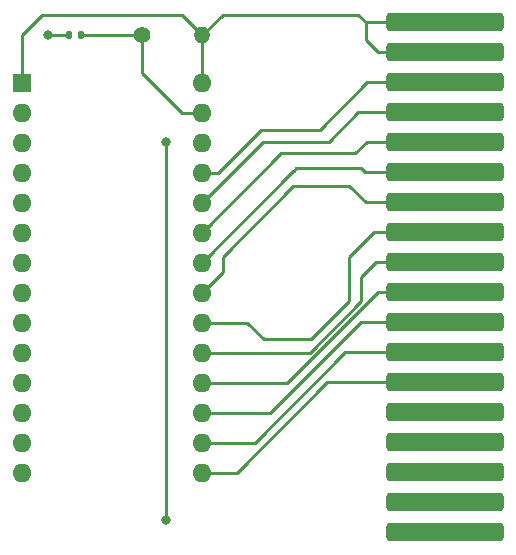
<source format=gtl>
G04 #@! TF.GenerationSoftware,KiCad,Pcbnew,8.0.1*
G04 #@! TF.CreationDate,2024-04-03T00:25:31+02:00*
G04 #@! TF.ProjectId,vectrex_cart_v1,76656374-7265-4785-9f63-6172745f7631,V0.1*
G04 #@! TF.SameCoordinates,Original*
G04 #@! TF.FileFunction,Copper,L1,Top*
G04 #@! TF.FilePolarity,Positive*
%FSLAX46Y46*%
G04 Gerber Fmt 4.6, Leading zero omitted, Abs format (unit mm)*
G04 Created by KiCad (PCBNEW 8.0.1) date 2024-04-03 00:25:31*
%MOMM*%
%LPD*%
G01*
G04 APERTURE LIST*
G04 Aperture macros list*
%AMRoundRect*
0 Rectangle with rounded corners*
0 $1 Rounding radius*
0 $2 $3 $4 $5 $6 $7 $8 $9 X,Y pos of 4 corners*
0 Add a 4 corners polygon primitive as box body*
4,1,4,$2,$3,$4,$5,$6,$7,$8,$9,$2,$3,0*
0 Add four circle primitives for the rounded corners*
1,1,$1+$1,$2,$3*
1,1,$1+$1,$4,$5*
1,1,$1+$1,$6,$7*
1,1,$1+$1,$8,$9*
0 Add four rect primitives between the rounded corners*
20,1,$1+$1,$2,$3,$4,$5,0*
20,1,$1+$1,$4,$5,$6,$7,0*
20,1,$1+$1,$6,$7,$8,$9,0*
20,1,$1+$1,$8,$9,$2,$3,0*%
G04 Aperture macros list end*
G04 #@! TA.AperFunction,SMDPad,CuDef*
%ADD10RoundRect,0.135000X0.135000X0.185000X-0.135000X0.185000X-0.135000X-0.185000X0.135000X-0.185000X0*%
G04 #@! TD*
G04 #@! TA.AperFunction,ConnectorPad*
%ADD11RoundRect,0.400000X-4.600000X0.400000X-4.600000X-0.400000X4.600000X-0.400000X4.600000X0.400000X0*%
G04 #@! TD*
G04 #@! TA.AperFunction,ComponentPad*
%ADD12C,1.400000*%
G04 #@! TD*
G04 #@! TA.AperFunction,ComponentPad*
%ADD13O,1.400000X1.400000*%
G04 #@! TD*
G04 #@! TA.AperFunction,ComponentPad*
%ADD14R,1.600000X1.600000*%
G04 #@! TD*
G04 #@! TA.AperFunction,ComponentPad*
%ADD15O,1.600000X1.600000*%
G04 #@! TD*
G04 #@! TA.AperFunction,ViaPad*
%ADD16C,0.800000*%
G04 #@! TD*
G04 #@! TA.AperFunction,Conductor*
%ADD17C,0.250000*%
G04 #@! TD*
G04 APERTURE END LIST*
D10*
X100010000Y-47500000D03*
X98990000Y-47500000D03*
D11*
X130810200Y-46400200D03*
X130810200Y-48940200D03*
X130810200Y-51480200D03*
X130810200Y-54020200D03*
X130810200Y-56560200D03*
X130810200Y-59100200D03*
X130810200Y-61640200D03*
X130810200Y-64180200D03*
X130810200Y-66720200D03*
X130810200Y-69260200D03*
X130810200Y-71800200D03*
X130810200Y-74340200D03*
X130810200Y-76880200D03*
X130810200Y-79420200D03*
X130810200Y-81960200D03*
X130810200Y-84500200D03*
X130810200Y-87040200D03*
X130810200Y-89580200D03*
D12*
X105210000Y-47500000D03*
D13*
X110290000Y-47500000D03*
D14*
X95000000Y-51500000D03*
D15*
X95000000Y-54040000D03*
X95000000Y-56580000D03*
X95000000Y-59120000D03*
X95000000Y-61660000D03*
X95000000Y-64200000D03*
X95000000Y-66740000D03*
X95000000Y-69280000D03*
X95000000Y-71820000D03*
X95000000Y-74360000D03*
X95000000Y-76900000D03*
X95000000Y-79440000D03*
X95000000Y-81980000D03*
X95000000Y-84520000D03*
X110240000Y-84520000D03*
X110240000Y-81980000D03*
X110240000Y-79440000D03*
X110240000Y-76900000D03*
X110240000Y-74360000D03*
X110240000Y-71820000D03*
X110240000Y-69280000D03*
X110240000Y-66740000D03*
X110240000Y-64200000D03*
X110240000Y-61660000D03*
X110240000Y-59120000D03*
X110240000Y-56580000D03*
X110240000Y-54040000D03*
X110240000Y-51500000D03*
D16*
X107250000Y-88500000D03*
X107250000Y-56500000D03*
X97250000Y-47500000D03*
D17*
X107250000Y-56500000D02*
X107250000Y-57750000D01*
X107250000Y-57750000D02*
X107250000Y-88500000D01*
X110240000Y-84520000D02*
X113230000Y-84520000D01*
X113230000Y-84520000D02*
X120869800Y-76880200D01*
X120869800Y-76880200D02*
X126810200Y-76880200D01*
X110240000Y-81980000D02*
X114770000Y-81980000D01*
X114770000Y-81980000D02*
X122409800Y-74340200D01*
X122409800Y-74340200D02*
X126810200Y-74340200D01*
X110240000Y-79440000D02*
X116060000Y-79440000D01*
X116060000Y-79440000D02*
X123699800Y-71800200D01*
X123699800Y-71800200D02*
X126810200Y-71800200D01*
X110240000Y-76900000D02*
X117486396Y-76900000D01*
X117486396Y-76900000D02*
X125126196Y-69260200D01*
X125126196Y-69260200D02*
X126810200Y-69260200D01*
X110240000Y-74360000D02*
X119390000Y-74360000D01*
X119390000Y-74360000D02*
X123750000Y-70000000D01*
X123750000Y-70000000D02*
X123750000Y-68000000D01*
X123750000Y-68000000D02*
X125029800Y-66720200D01*
X125029800Y-66720200D02*
X126810200Y-66720200D01*
X110240000Y-71820000D02*
X114070000Y-71820000D01*
X115500000Y-73250000D02*
X119500000Y-73250000D01*
X122750000Y-70000000D02*
X122750000Y-66250000D01*
X114070000Y-71820000D02*
X115500000Y-73250000D01*
X119500000Y-73250000D02*
X122750000Y-70000000D01*
X122750000Y-66250000D02*
X124819800Y-64180200D01*
X124819800Y-64180200D02*
X126810200Y-64180200D01*
X110240000Y-66740000D02*
X118000000Y-58980000D01*
X118000000Y-58980000D02*
X118020000Y-58980000D01*
X124100200Y-59100200D02*
X126810200Y-59100200D01*
X118020000Y-58980000D02*
X118250000Y-58750000D01*
X118250000Y-58750000D02*
X123750000Y-58750000D01*
X123750000Y-58750000D02*
X124100200Y-59100200D01*
X110240000Y-69280000D02*
X112000000Y-67520000D01*
X112000000Y-67520000D02*
X112000000Y-66250000D01*
X112000000Y-66250000D02*
X118000000Y-60250000D01*
X118000000Y-60250000D02*
X122750000Y-60250000D01*
X122750000Y-60250000D02*
X124140200Y-61640200D01*
X124140200Y-61640200D02*
X126810200Y-61640200D01*
X110240000Y-64200000D02*
X116940000Y-57500000D01*
X116940000Y-57500000D02*
X123250000Y-57500000D01*
X123250000Y-57500000D02*
X124189800Y-56560200D01*
X124189800Y-56560200D02*
X126810200Y-56560200D01*
X110240000Y-61660000D02*
X115400000Y-56500000D01*
X115400000Y-56500000D02*
X121000000Y-56500000D01*
X123479800Y-54020200D02*
X126810200Y-54020200D01*
X121000000Y-56500000D02*
X123479800Y-54020200D01*
X110240000Y-59120000D02*
X111630000Y-59120000D01*
X111630000Y-59120000D02*
X115250000Y-55500000D01*
X115250000Y-55500000D02*
X120250000Y-55500000D01*
X120250000Y-55500000D02*
X124269800Y-51480200D01*
X124269800Y-51480200D02*
X126810200Y-51480200D01*
X98990000Y-47500000D02*
X97250000Y-47500000D01*
X124150200Y-46400200D02*
X124150200Y-47900200D01*
X124150200Y-47900200D02*
X125190200Y-48940200D01*
X125190200Y-48940200D02*
X126810200Y-48940200D01*
X110290000Y-47500000D02*
X112040000Y-45750000D01*
X124150200Y-46400200D02*
X126810200Y-46400200D01*
X112040000Y-45750000D02*
X123500000Y-45750000D01*
X123500000Y-45750000D02*
X124150200Y-46400200D01*
X95000000Y-47500000D02*
X96750000Y-45750000D01*
X95000000Y-51500000D02*
X95000000Y-47500000D01*
X96750000Y-45750000D02*
X108540000Y-45750000D01*
X108540000Y-45750000D02*
X110290000Y-47500000D01*
X110240000Y-51500000D02*
X110240000Y-47550000D01*
X110240000Y-47550000D02*
X110290000Y-47500000D01*
X105210000Y-47500000D02*
X105210000Y-50710000D01*
X108540000Y-54040000D02*
X110240000Y-54040000D01*
X105210000Y-50710000D02*
X108540000Y-54040000D01*
X100010000Y-47500000D02*
X105210000Y-47500000D01*
M02*

</source>
